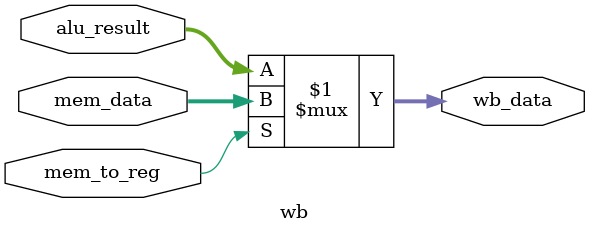
<source format=v>
module wb (
    input wire [31:0] mem_data,
    input wire [31:0] alu_result,
    input wire mem_to_reg,
    output wire [31:0] wb_data
);

    // Write-back data selection
    assign wb_data = mem_to_reg ? mem_data : alu_result;

endmodule
</source>
